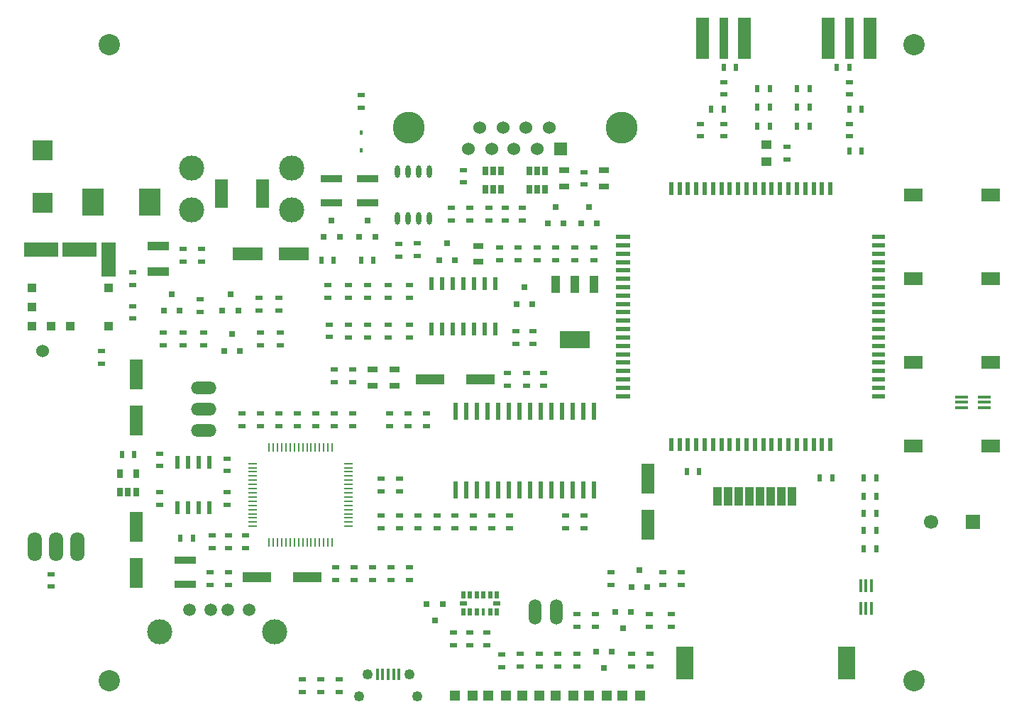
<source format=gts>
G04 #@! TF.FileFunction,Soldermask,Top*
%FSLAX46Y46*%
G04 Gerber Fmt 4.6, Leading zero omitted, Abs format (unit mm)*
G04 Created by KiCad (PCBNEW (2015-07-11 BZR 5925, Git c291b88)-product) date 8/5/2015 3:00:13 PM*
%MOMM*%
G01*
G04 APERTURE LIST*
%ADD10C,0.100000*%
%ADD11R,0.400000X1.350000*%
%ADD12C,1.250000*%
%ADD13R,1.000000X2.300000*%
%ADD14R,2.000000X4.000000*%
%ADD15R,2.430000X2.370000*%
%ADD16R,2.500000X1.000000*%
%ADD17R,2.499360X3.299460*%
%ADD18R,0.450000X0.590000*%
%ADD19R,1.600000X3.500000*%
%ADD20C,3.810000*%
%ADD21R,1.524000X1.524000*%
%ADD22C,1.524000*%
%ADD23O,3.014980X1.506220*%
%ADD24C,1.501140*%
%ADD25C,2.999740*%
%ADD26O,1.506220X3.014980*%
%ADD27R,1.100000X5.000000*%
%ADD28R,1.500000X5.000000*%
%ADD29C,2.540000*%
%ADD30R,0.500000X0.820000*%
%ADD31R,0.400000X0.820000*%
%ADD32R,0.820000X0.500000*%
%ADD33O,1.699260X3.500120*%
%ADD34R,4.070000X1.770000*%
%ADD35R,1.770000X4.070000*%
%ADD36R,1.000000X1.000000*%
%ADD37R,0.650000X1.060000*%
%ADD38R,0.600000X2.000000*%
%ADD39R,0.600000X1.500000*%
%ADD40R,3.657600X2.032000*%
%ADD41R,1.016000X2.032000*%
%ADD42O,0.609600X1.473200*%
%ADD43R,0.250000X1.000000*%
%ADD44R,1.000000X0.250000*%
%ADD45R,0.600000X1.550000*%
%ADD46R,1.501140X0.398780*%
%ADD47R,1.800000X0.600000*%
%ADD48R,1.500000X0.600000*%
%ADD49R,0.398780X1.501140*%
%ADD50R,3.500000X1.200000*%
%ADD51C,3.000000*%
%ADD52R,0.900000X0.500000*%
%ADD53R,0.500000X0.900000*%
%ADD54R,0.800100X0.800100*%
%ADD55R,1.198880X1.198880*%
%ADD56R,1.300000X0.700000*%
%ADD57C,1.700000*%
%ADD58R,1.700000X1.700000*%
%ADD59R,1.600200X3.599180*%
%ADD60R,3.599180X1.600200*%
%ADD61R,2.500000X0.900000*%
%ADD62R,2.180000X1.600000*%
%ADD63R,1.250000X1.000000*%
G04 APERTURE END LIST*
D10*
D11*
X135949100Y-131187460D03*
X136599100Y-131187460D03*
X137249100Y-131187460D03*
X137899100Y-131187460D03*
X138549100Y-131187460D03*
D12*
X134749100Y-131187460D03*
X139749100Y-131187460D03*
X133749100Y-133887460D03*
X140749100Y-133887460D03*
D13*
X185395000Y-109930000D03*
X182855000Y-109930000D03*
X180315000Y-109930000D03*
X176505000Y-109930000D03*
X184125000Y-109930000D03*
X181585000Y-109930000D03*
X179045000Y-109930000D03*
X177775000Y-109930000D03*
D14*
X191950000Y-129900000D03*
X172650000Y-129900000D03*
D15*
X96000000Y-68680000D03*
X96000000Y-74920000D03*
D16*
X109800000Y-83100000D03*
X109800000Y-80100000D03*
D17*
X101998940Y-74800000D03*
X108801060Y-74800000D03*
D18*
X134000000Y-68655000D03*
X134000000Y-66545000D03*
D19*
X117361600Y-73800000D03*
X122238400Y-73800000D03*
D20*
X165077000Y-65980000D03*
X139677000Y-65980000D03*
D21*
X157838000Y-68520000D03*
D22*
X155044000Y-68520000D03*
X152250000Y-68520000D03*
X149583000Y-68520000D03*
X146789000Y-68520000D03*
X148186000Y-65980000D03*
X150980000Y-65980000D03*
X153647000Y-65980000D03*
X156441000Y-65980000D03*
D23*
X115200000Y-97060000D03*
X115200000Y-99600000D03*
X115200000Y-102140000D03*
D24*
X120612860Y-123497880D03*
X118072860Y-123497880D03*
X116040860Y-123497880D03*
X113500860Y-123497880D03*
D25*
X123660860Y-126164880D03*
X109944860Y-126164880D03*
D22*
X96000000Y-92600000D03*
D26*
X154730000Y-123750000D03*
X157270000Y-123750000D03*
D27*
X177250000Y-55250000D03*
D28*
X174750000Y-55250000D03*
X179750000Y-55250000D03*
D27*
X192250000Y-55250000D03*
D28*
X189750000Y-55250000D03*
X194750000Y-55250000D03*
D29*
X104000000Y-132000000D03*
X200000000Y-132000000D03*
X200000000Y-56000000D03*
X104000000Y-56000000D03*
D30*
X146200000Y-123750000D03*
X147000000Y-123750000D03*
X147800000Y-123750000D03*
D31*
X148600000Y-123750000D03*
D30*
X149400000Y-123750000D03*
X150200000Y-123750000D03*
D32*
X150200000Y-122750000D03*
D30*
X150200000Y-121750000D03*
X149400000Y-121750000D03*
X148600000Y-121750000D03*
X147800000Y-121750000D03*
X147000000Y-121750000D03*
X146200000Y-121750000D03*
D32*
X146200000Y-122750000D03*
D33*
X97600000Y-116000000D03*
X95060000Y-116000000D03*
X100140000Y-116000000D03*
D34*
X95870000Y-80530000D03*
X100440000Y-80530000D03*
D35*
X103870000Y-81670000D03*
D36*
X103870000Y-85100000D03*
X103870000Y-89680000D03*
X99300000Y-89680000D03*
X97010000Y-89680000D03*
X94720000Y-89680000D03*
X94720000Y-87390000D03*
X94720000Y-85100000D03*
D37*
X105250000Y-109500000D03*
X106200000Y-109500000D03*
X107150000Y-109500000D03*
X107150000Y-107300000D03*
X105250000Y-107300000D03*
X154050000Y-73350000D03*
X155000000Y-73350000D03*
X155950000Y-73350000D03*
X155950000Y-71150000D03*
X154050000Y-71150000D03*
X155000000Y-71150000D03*
X148800000Y-73350000D03*
X149750000Y-73350000D03*
X150700000Y-73350000D03*
X150700000Y-71150000D03*
X148800000Y-71150000D03*
X149750000Y-71150000D03*
D38*
X161755000Y-99800000D03*
X160485000Y-99800000D03*
X159215000Y-99800000D03*
X157945000Y-99800000D03*
X156675000Y-99800000D03*
X155405000Y-99800000D03*
X154135000Y-99800000D03*
X152865000Y-99800000D03*
X151595000Y-99800000D03*
X150325000Y-99800000D03*
X149055000Y-99800000D03*
X147785000Y-99800000D03*
X146515000Y-99800000D03*
X145245000Y-99800000D03*
X145245000Y-109200000D03*
X146515000Y-109200000D03*
X147785000Y-109200000D03*
X149055000Y-109200000D03*
X150325000Y-109200000D03*
X151595000Y-109200000D03*
X152865000Y-109200000D03*
X154135000Y-109200000D03*
X155405000Y-109200000D03*
X156675000Y-109200000D03*
X157945000Y-109200000D03*
X159215000Y-109200000D03*
X160485000Y-109200000D03*
X161755000Y-109200000D03*
D39*
X142440000Y-89950000D03*
X143710000Y-89950000D03*
X144980000Y-89950000D03*
X146250000Y-89950000D03*
X147520000Y-89950000D03*
X148790000Y-89950000D03*
X150060000Y-89950000D03*
X150060000Y-84550000D03*
X148790000Y-84550000D03*
X147520000Y-84550000D03*
X146250000Y-84550000D03*
X144980000Y-84550000D03*
X143710000Y-84550000D03*
X142440000Y-84550000D03*
D40*
X159500000Y-91302000D03*
D41*
X159500000Y-84698000D03*
X157214000Y-84698000D03*
X161786000Y-84698000D03*
D42*
X138345000Y-76794000D03*
X139615000Y-76794000D03*
X140885000Y-76794000D03*
X142155000Y-76794000D03*
X142155000Y-71206000D03*
X140885000Y-71206000D03*
X139615000Y-71206000D03*
X138345000Y-71206000D03*
D43*
X123050000Y-115500000D03*
X123550000Y-115500000D03*
X124050000Y-115500000D03*
X124550000Y-115500000D03*
X125050000Y-115500000D03*
X125550000Y-115500000D03*
X126050000Y-115500000D03*
X126550000Y-115500000D03*
X127050000Y-115500000D03*
X127550000Y-115500000D03*
X128050000Y-115500000D03*
X128550000Y-115500000D03*
X129050000Y-115500000D03*
X129550000Y-115500000D03*
X130050000Y-115500000D03*
X130550000Y-115500000D03*
D44*
X132500000Y-113550000D03*
X132500000Y-113050000D03*
X132500000Y-112550000D03*
X132500000Y-112050000D03*
X132500000Y-111550000D03*
X132500000Y-111050000D03*
X132500000Y-110550000D03*
X132500000Y-110050000D03*
X132500000Y-109550000D03*
X132500000Y-109050000D03*
X132500000Y-108550000D03*
X132500000Y-108050000D03*
X132500000Y-107550000D03*
X132500000Y-107050000D03*
X132500000Y-106550000D03*
X132500000Y-106050000D03*
D43*
X130550000Y-104100000D03*
X130050000Y-104100000D03*
X129550000Y-104100000D03*
X129050000Y-104100000D03*
X128550000Y-104100000D03*
X128050000Y-104100000D03*
X127550000Y-104100000D03*
X127050000Y-104100000D03*
X126550000Y-104100000D03*
X126050000Y-104100000D03*
X125550000Y-104100000D03*
X125050000Y-104100000D03*
X124550000Y-104100000D03*
X124050000Y-104100000D03*
X123550000Y-104100000D03*
X123050000Y-104100000D03*
D44*
X121100000Y-106050000D03*
X121100000Y-106550000D03*
X121100000Y-107050000D03*
X121100000Y-107550000D03*
X121100000Y-108050000D03*
X121100000Y-108550000D03*
X121100000Y-109050000D03*
X121100000Y-109550000D03*
X121100000Y-110050000D03*
X121100000Y-110550000D03*
X121100000Y-111050000D03*
X121100000Y-111550000D03*
X121100000Y-112050000D03*
X121100000Y-112550000D03*
X121100000Y-113050000D03*
X121100000Y-113550000D03*
D45*
X112095000Y-111300000D03*
X113365000Y-111300000D03*
X114635000Y-111300000D03*
X115905000Y-111300000D03*
X115905000Y-105900000D03*
X114635000Y-105900000D03*
X113365000Y-105900000D03*
X112095000Y-105900000D03*
D46*
X208330960Y-99400240D03*
X208330960Y-98750000D03*
X208330960Y-98099760D03*
X205669040Y-98099760D03*
X205669040Y-98750000D03*
X205669040Y-99400240D03*
D47*
X165250000Y-79000000D03*
X165250000Y-80000000D03*
X165250000Y-81000000D03*
X165250000Y-82000000D03*
X165250000Y-83000000D03*
X165250000Y-84000000D03*
X165250000Y-85000000D03*
X165250000Y-86000000D03*
X165250000Y-87000000D03*
X165250000Y-88000000D03*
X165250000Y-89000000D03*
X165250000Y-90000000D03*
X165250000Y-91000000D03*
X165250000Y-92000000D03*
X165250000Y-93000000D03*
X165250000Y-94000000D03*
X165250000Y-95000000D03*
X165250000Y-96000000D03*
X165250000Y-97000000D03*
X165250000Y-98000000D03*
D39*
X171000000Y-103750000D03*
X172000000Y-103750000D03*
X173000000Y-103750000D03*
X174000000Y-103750000D03*
X175000000Y-103750000D03*
X176000000Y-103750000D03*
X177000000Y-103750000D03*
X178000000Y-103750000D03*
X179000000Y-103750000D03*
X180000000Y-103750000D03*
X181000000Y-103750000D03*
X182000000Y-103750000D03*
X183000000Y-103750000D03*
X184000000Y-103750000D03*
X185000000Y-103750000D03*
X186000000Y-103750000D03*
X187000000Y-103750000D03*
X188000000Y-103750000D03*
X189000000Y-103750000D03*
X190000000Y-103750000D03*
D48*
X195750000Y-98000000D03*
X195750000Y-97000000D03*
X195750000Y-96000000D03*
X195750000Y-95000000D03*
X195750000Y-94000000D03*
X195750000Y-93000000D03*
X195750000Y-92000000D03*
X195750000Y-91000000D03*
X195750000Y-90000000D03*
X195750000Y-89000000D03*
X195750000Y-88000000D03*
X195750000Y-87000000D03*
X195750000Y-86000000D03*
X195750000Y-85000000D03*
X195750000Y-84000000D03*
X195750000Y-83000000D03*
X195750000Y-82000000D03*
X195750000Y-81000000D03*
X195750000Y-80000000D03*
X195750000Y-79000000D03*
D39*
X190000000Y-73250000D03*
X189000000Y-73250000D03*
X188000000Y-73250000D03*
X187000000Y-73250000D03*
X186000000Y-73250000D03*
X185000000Y-73250000D03*
X184000000Y-73250000D03*
X183000000Y-73250000D03*
X182000000Y-73250000D03*
X181000000Y-73250000D03*
X180000000Y-73250000D03*
X179000000Y-73250000D03*
X178000000Y-73250000D03*
X177000000Y-73250000D03*
X176000000Y-73250000D03*
X175000000Y-73250000D03*
X174000000Y-73250000D03*
X173000000Y-73250000D03*
X172000000Y-73250000D03*
X171000000Y-73250000D03*
D49*
X194900240Y-120669040D03*
X194250000Y-120669040D03*
X193599760Y-120669040D03*
X193599760Y-123330960D03*
X194250000Y-123330960D03*
X194900240Y-123330960D03*
D50*
X127600000Y-119600000D03*
X121600000Y-119600000D03*
X142250000Y-96000000D03*
X148250000Y-96000000D03*
D51*
X113750000Y-70750000D03*
X113750000Y-75750000D03*
X125750000Y-75750000D03*
X125750000Y-70750000D03*
D52*
X151750000Y-112250000D03*
X151750000Y-113750000D03*
X133200000Y-118450000D03*
X133200000Y-119950000D03*
X116200000Y-116150000D03*
X116200000Y-114650000D03*
X145000000Y-126250000D03*
X145000000Y-127750000D03*
X115000000Y-80450000D03*
X115000000Y-81950000D03*
X172200000Y-119050000D03*
X172200000Y-120550000D03*
X158400000Y-112250000D03*
X158400000Y-113750000D03*
X137600000Y-118450000D03*
X137600000Y-119950000D03*
D53*
X112450000Y-115000000D03*
X113950000Y-115000000D03*
X182750000Y-65750000D03*
X181250000Y-65750000D03*
X186000000Y-65750000D03*
X187500000Y-65750000D03*
X178750000Y-58750000D03*
X177250000Y-58750000D03*
X190750000Y-58750000D03*
X192250000Y-58750000D03*
X177250000Y-63750000D03*
X175750000Y-63750000D03*
D52*
X174500000Y-67000000D03*
X174500000Y-65500000D03*
D53*
X192250000Y-63750000D03*
X193750000Y-63750000D03*
X192250000Y-68750000D03*
X193750000Y-68750000D03*
D54*
X166200000Y-123749240D03*
X164300000Y-123749240D03*
X165250000Y-125748220D03*
X133800000Y-79000760D03*
X135700000Y-79000760D03*
X134750000Y-77001780D03*
X129550000Y-79000760D03*
X131450000Y-79000760D03*
X130500000Y-77001780D03*
X117650000Y-92600760D03*
X119550000Y-92600760D03*
X118600000Y-90601780D03*
X143300000Y-81750760D03*
X145200000Y-81750760D03*
X144250000Y-79751780D03*
X166250000Y-120800760D03*
X168150000Y-120800760D03*
X167200000Y-118801780D03*
X110450000Y-87800760D03*
X112350000Y-87800760D03*
X111400000Y-85801780D03*
X117450000Y-87800760D03*
X119350000Y-87800760D03*
X118400000Y-85801780D03*
X152550000Y-87000760D03*
X154450000Y-87000760D03*
X153500000Y-85001780D03*
X156250000Y-77400760D03*
X158150000Y-77400760D03*
X157200000Y-75401780D03*
X160250000Y-77400760D03*
X162150000Y-77400760D03*
X161200000Y-75401780D03*
X143750000Y-122799240D03*
X141850000Y-122799240D03*
X142800000Y-124798220D03*
X163950000Y-128499240D03*
X162050000Y-128499240D03*
X163000000Y-130498220D03*
D55*
X167299020Y-133750000D03*
X165200980Y-133750000D03*
X163299020Y-133750000D03*
X161200980Y-133750000D03*
X159299020Y-133750000D03*
X157200980Y-133750000D03*
X155299020Y-133750000D03*
X153200980Y-133750000D03*
X151299020Y-133750000D03*
X149200980Y-133750000D03*
X147299020Y-133750000D03*
X145200980Y-133750000D03*
D56*
X135400000Y-96750000D03*
X135400000Y-94850000D03*
X138000000Y-94850000D03*
X138000000Y-96750000D03*
X163000000Y-71050000D03*
X163000000Y-72950000D03*
X148000000Y-81950000D03*
X148000000Y-80050000D03*
X158200000Y-71050000D03*
X158200000Y-72950000D03*
D57*
X202000000Y-113000000D03*
D58*
X207000000Y-113000000D03*
D59*
X107200000Y-100950820D03*
X107200000Y-95449180D03*
X168200000Y-107849180D03*
X168200000Y-113350820D03*
D60*
X120449180Y-81000000D03*
X125950820Y-81000000D03*
D59*
X107200000Y-119150820D03*
X107200000Y-113649180D03*
D61*
X134750000Y-74950000D03*
X134750000Y-72050000D03*
X130500000Y-74950000D03*
X130500000Y-72050000D03*
X113000000Y-117550000D03*
X113000000Y-120450000D03*
D62*
X199897570Y-73997680D03*
X209102430Y-74002320D03*
X199897570Y-83997680D03*
X209102430Y-84002320D03*
X199897570Y-103997680D03*
X209102430Y-104002320D03*
X199897570Y-93997680D03*
X209102430Y-94002320D03*
D52*
X147000000Y-127750000D03*
X147000000Y-126250000D03*
X149000000Y-127750000D03*
X149000000Y-126250000D03*
X134000000Y-63550000D03*
X134000000Y-62050000D03*
X97000000Y-120750000D03*
X97000000Y-119250000D03*
X112800000Y-81950000D03*
X112800000Y-80450000D03*
D53*
X174350000Y-107000000D03*
X172850000Y-107000000D03*
D52*
X184800000Y-68250000D03*
X184800000Y-69750000D03*
X106800000Y-87250000D03*
X106800000Y-88750000D03*
D53*
X105450000Y-105000000D03*
X106950000Y-105000000D03*
D52*
X160600000Y-112250000D03*
X160600000Y-113750000D03*
X132500000Y-84750000D03*
X132500000Y-86250000D03*
X138550000Y-79850000D03*
X138550000Y-81350000D03*
X124200000Y-86250000D03*
X124200000Y-87750000D03*
X130800000Y-94850000D03*
X130800000Y-96350000D03*
X114800000Y-86450000D03*
X114800000Y-87950000D03*
X137400000Y-101550000D03*
X137400000Y-100050000D03*
X150800000Y-128850000D03*
X150800000Y-130350000D03*
X170000000Y-119050000D03*
X170000000Y-120550000D03*
X149250000Y-75500000D03*
X149250000Y-77000000D03*
X144750000Y-75500000D03*
X144750000Y-77000000D03*
X131000000Y-118450000D03*
X131000000Y-119950000D03*
X118200000Y-116150000D03*
X118200000Y-114650000D03*
X128600000Y-101550000D03*
X128600000Y-100050000D03*
X135400000Y-118450000D03*
X135400000Y-119950000D03*
X119800000Y-101550000D03*
X119800000Y-100050000D03*
X120200000Y-114650000D03*
X120200000Y-116150000D03*
X124200000Y-101550000D03*
X124200000Y-100050000D03*
X130800000Y-101550000D03*
X130800000Y-100050000D03*
X126400000Y-101550000D03*
X126400000Y-100050000D03*
X138600000Y-107850000D03*
X138600000Y-109350000D03*
X122000000Y-101550000D03*
X122000000Y-100050000D03*
X151500000Y-96750000D03*
X151500000Y-95250000D03*
D53*
X182750000Y-61250000D03*
X181250000Y-61250000D03*
X181250000Y-63500000D03*
X182750000Y-63500000D03*
X186000000Y-61250000D03*
X187500000Y-61250000D03*
X186000000Y-63500000D03*
X187500000Y-63500000D03*
D52*
X177250000Y-62000000D03*
X177250000Y-60500000D03*
X177250000Y-67000000D03*
X177250000Y-65500000D03*
X192250000Y-62000000D03*
X192250000Y-60500000D03*
X192250000Y-67000000D03*
X192250000Y-65500000D03*
D53*
X194000000Y-107750000D03*
X195500000Y-107750000D03*
X188750000Y-107750000D03*
X190250000Y-107750000D03*
D52*
X153750000Y-96750000D03*
X153750000Y-95250000D03*
X116000000Y-120550000D03*
X116000000Y-119050000D03*
X118200000Y-120550000D03*
X118200000Y-119050000D03*
X140800000Y-113750000D03*
X140800000Y-112250000D03*
X138600000Y-113750000D03*
X138600000Y-112250000D03*
X136400000Y-107850000D03*
X136400000Y-109350000D03*
X106800000Y-83250000D03*
X106800000Y-84750000D03*
X103000000Y-94150000D03*
X103000000Y-92650000D03*
X133000000Y-96350000D03*
X133000000Y-94850000D03*
X130000000Y-86250000D03*
X130000000Y-84750000D03*
X153000000Y-128750000D03*
X153000000Y-130250000D03*
X155250000Y-128750000D03*
X155250000Y-130250000D03*
X157500000Y-128750000D03*
X157500000Y-130250000D03*
X159750000Y-128750000D03*
X159750000Y-130250000D03*
X141800000Y-101550000D03*
X141800000Y-100050000D03*
X137250000Y-91000000D03*
X137250000Y-89500000D03*
X152500000Y-90250000D03*
X152500000Y-91750000D03*
X155800000Y-95250000D03*
X155800000Y-96750000D03*
X145200000Y-113750000D03*
X145200000Y-112250000D03*
X159500000Y-81750000D03*
X159500000Y-80250000D03*
X161750000Y-80250000D03*
X161750000Y-81750000D03*
X139600000Y-101550000D03*
X139600000Y-100050000D03*
X132500000Y-89500000D03*
X132500000Y-91000000D03*
X139750000Y-91000000D03*
X139750000Y-89500000D03*
X157250000Y-81750000D03*
X157250000Y-80250000D03*
X155000000Y-81750000D03*
X155000000Y-80250000D03*
X130200000Y-89450000D03*
X130200000Y-90950000D03*
X153250000Y-75500000D03*
X153250000Y-77000000D03*
X152750000Y-80250000D03*
X152750000Y-81750000D03*
X154500000Y-90250000D03*
X154500000Y-91750000D03*
X147400000Y-113750000D03*
X147400000Y-112250000D03*
X143050000Y-112250000D03*
X143050000Y-113750000D03*
X121800000Y-87750000D03*
X121800000Y-86250000D03*
X112800000Y-90450000D03*
X112800000Y-91950000D03*
X124400000Y-90450000D03*
X124400000Y-91950000D03*
X160600000Y-72750000D03*
X160600000Y-71250000D03*
X150500000Y-80250000D03*
X150500000Y-81750000D03*
X115200000Y-90450000D03*
X115200000Y-91950000D03*
X110400000Y-90450000D03*
X110400000Y-91950000D03*
X122000000Y-91950000D03*
X122000000Y-90450000D03*
X140750000Y-81250000D03*
X140750000Y-79750000D03*
X149600000Y-113750000D03*
X149600000Y-112250000D03*
D53*
X130750000Y-81750000D03*
X129250000Y-81750000D03*
D52*
X137250000Y-86250000D03*
X137250000Y-84750000D03*
X134750000Y-91000000D03*
X134750000Y-89500000D03*
X147000000Y-77000000D03*
X147000000Y-75500000D03*
X146250000Y-71000000D03*
X146250000Y-72500000D03*
X134750000Y-84750000D03*
X134750000Y-86250000D03*
X139750000Y-86250000D03*
X139750000Y-84750000D03*
X151250000Y-75500000D03*
X151250000Y-77000000D03*
D53*
X135500000Y-81750000D03*
X134000000Y-81750000D03*
D52*
X136400000Y-113750000D03*
X136400000Y-112250000D03*
X139800000Y-118450000D03*
X139800000Y-119950000D03*
X133000000Y-101550000D03*
X133000000Y-100050000D03*
X131400000Y-133350000D03*
X131400000Y-131850000D03*
X129200000Y-131850000D03*
X129200000Y-133350000D03*
X127000000Y-131850000D03*
X127000000Y-133350000D03*
X118000000Y-110950000D03*
X118000000Y-109450000D03*
X110000000Y-110950000D03*
X110000000Y-109450000D03*
X110000000Y-106350000D03*
X110000000Y-104850000D03*
X118000000Y-105450000D03*
X118000000Y-106950000D03*
D53*
X195500000Y-116250000D03*
X194000000Y-116250000D03*
X195500000Y-112000000D03*
X194000000Y-112000000D03*
X195500000Y-114000000D03*
X194000000Y-114000000D03*
D52*
X168500000Y-130250000D03*
X168500000Y-128750000D03*
X166250000Y-130250000D03*
X166250000Y-128750000D03*
X159800000Y-125550000D03*
X159800000Y-124050000D03*
X163800000Y-120550000D03*
X163800000Y-119050000D03*
X162000000Y-124050000D03*
X162000000Y-125550000D03*
X168400000Y-125550000D03*
X168400000Y-124050000D03*
X171000000Y-125550000D03*
X171000000Y-124050000D03*
D53*
X195500000Y-110000000D03*
X194000000Y-110000000D03*
D63*
X182400000Y-68000000D03*
X182400000Y-70000000D03*
M02*

</source>
